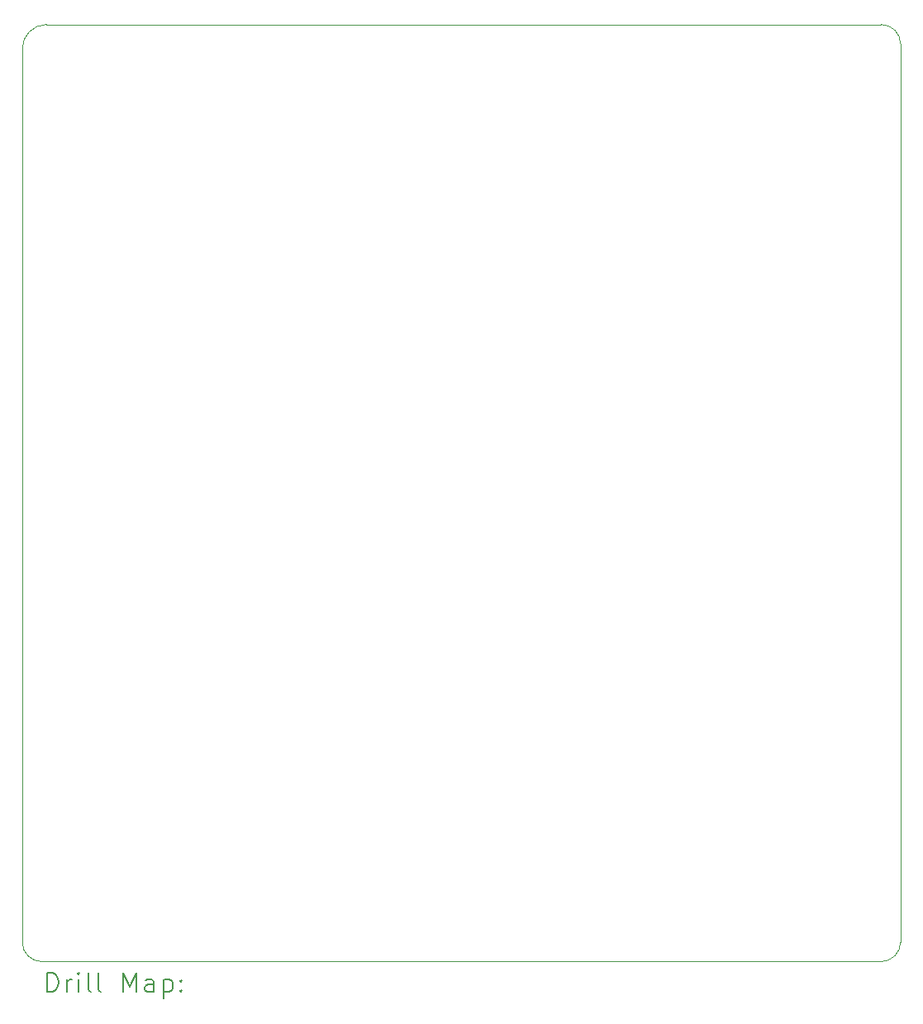
<source format=gbr>
%TF.GenerationSoftware,KiCad,Pcbnew,6.0.11+dfsg-1*%
%TF.CreationDate,2023-05-03T21:30:59-05:00*%
%TF.ProjectId,CubesatPwrBoard,43756265-7361-4745-9077-72426f617264,rev?*%
%TF.SameCoordinates,Original*%
%TF.FileFunction,Drillmap*%
%TF.FilePolarity,Positive*%
%FSLAX45Y45*%
G04 Gerber Fmt 4.5, Leading zero omitted, Abs format (unit mm)*
G04 Created by KiCad (PCBNEW 6.0.11+dfsg-1) date 2023-05-03 21:30:59*
%MOMM*%
%LPD*%
G01*
G04 APERTURE LIST*
%ADD10C,0.050000*%
%ADD11C,0.200000*%
G04 APERTURE END LIST*
D10*
X10650000Y-13950000D02*
X10650000Y-4800000D01*
X19450000Y-14150000D02*
G75*
G03*
X19650000Y-13950000I0J200000D01*
G01*
X10900000Y-4550000D02*
X19450000Y-4550000D01*
X19650000Y-4750000D02*
G75*
G03*
X19450000Y-4550000I-200000J0D01*
G01*
X10850000Y-14150000D02*
X19450000Y-14150000D01*
X10650000Y-13950000D02*
G75*
G03*
X10850000Y-14150000I200000J0D01*
G01*
X10900000Y-4550000D02*
G75*
G03*
X10650000Y-4800000I0J-250000D01*
G01*
X19650000Y-13950000D02*
X19650000Y-4750000D01*
D11*
X10905119Y-14462976D02*
X10905119Y-14262976D01*
X10952738Y-14262976D01*
X10981310Y-14272500D01*
X11000357Y-14291548D01*
X11009881Y-14310595D01*
X11019405Y-14348690D01*
X11019405Y-14377262D01*
X11009881Y-14415357D01*
X11000357Y-14434405D01*
X10981310Y-14453452D01*
X10952738Y-14462976D01*
X10905119Y-14462976D01*
X11105119Y-14462976D02*
X11105119Y-14329643D01*
X11105119Y-14367738D02*
X11114643Y-14348690D01*
X11124167Y-14339167D01*
X11143214Y-14329643D01*
X11162262Y-14329643D01*
X11228928Y-14462976D02*
X11228928Y-14329643D01*
X11228928Y-14262976D02*
X11219405Y-14272500D01*
X11228928Y-14282024D01*
X11238452Y-14272500D01*
X11228928Y-14262976D01*
X11228928Y-14282024D01*
X11352738Y-14462976D02*
X11333690Y-14453452D01*
X11324167Y-14434405D01*
X11324167Y-14262976D01*
X11457500Y-14462976D02*
X11438452Y-14453452D01*
X11428928Y-14434405D01*
X11428928Y-14262976D01*
X11686071Y-14462976D02*
X11686071Y-14262976D01*
X11752738Y-14405833D01*
X11819405Y-14262976D01*
X11819405Y-14462976D01*
X12000357Y-14462976D02*
X12000357Y-14358214D01*
X11990833Y-14339167D01*
X11971786Y-14329643D01*
X11933690Y-14329643D01*
X11914643Y-14339167D01*
X12000357Y-14453452D02*
X11981309Y-14462976D01*
X11933690Y-14462976D01*
X11914643Y-14453452D01*
X11905119Y-14434405D01*
X11905119Y-14415357D01*
X11914643Y-14396309D01*
X11933690Y-14386786D01*
X11981309Y-14386786D01*
X12000357Y-14377262D01*
X12095595Y-14329643D02*
X12095595Y-14529643D01*
X12095595Y-14339167D02*
X12114643Y-14329643D01*
X12152738Y-14329643D01*
X12171786Y-14339167D01*
X12181309Y-14348690D01*
X12190833Y-14367738D01*
X12190833Y-14424881D01*
X12181309Y-14443928D01*
X12171786Y-14453452D01*
X12152738Y-14462976D01*
X12114643Y-14462976D01*
X12095595Y-14453452D01*
X12276548Y-14443928D02*
X12286071Y-14453452D01*
X12276548Y-14462976D01*
X12267024Y-14453452D01*
X12276548Y-14443928D01*
X12276548Y-14462976D01*
X12276548Y-14339167D02*
X12286071Y-14348690D01*
X12276548Y-14358214D01*
X12267024Y-14348690D01*
X12276548Y-14339167D01*
X12276548Y-14358214D01*
M02*

</source>
